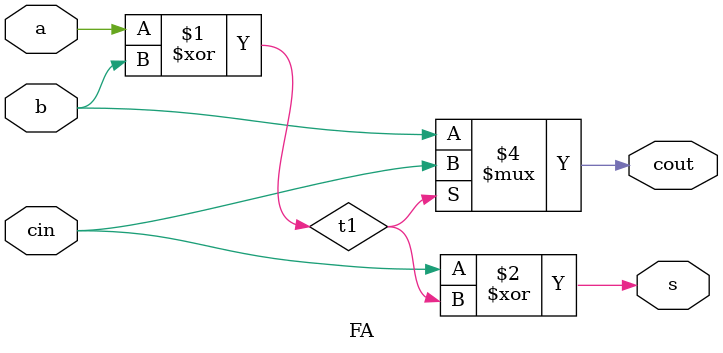
<source format=v>
module FA(a,b,cin,cout,s);
	//all inputs and outputs are 1-bit
	input cin, a, b;
	output cout, s;

	wire t1;

	assign t1 = a ^ b;
	assign s = cin ^ t1;
	assign cout = (t1 == 1'b0) ? b : cin;
endmodule
</source>
